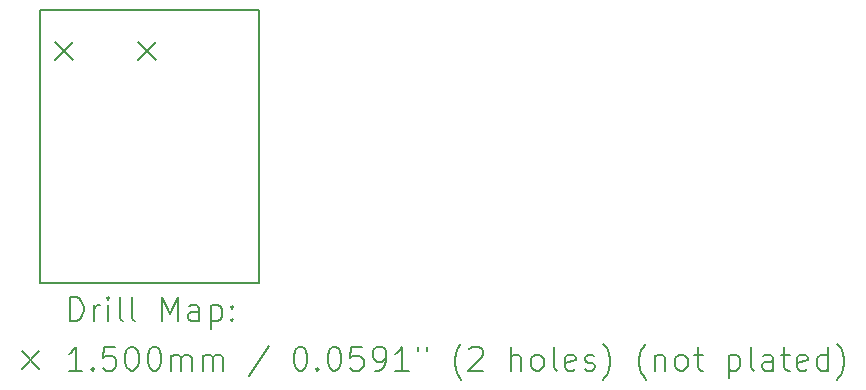
<source format=gbr>
%TF.GenerationSoftware,KiCad,Pcbnew,9.0.2*%
%TF.CreationDate,2025-07-09T02:52:22-04:00*%
%TF.ProjectId,FBT,4642542e-6b69-4636-9164-5f7063625858,rev?*%
%TF.SameCoordinates,Original*%
%TF.FileFunction,Drillmap*%
%TF.FilePolarity,Positive*%
%FSLAX45Y45*%
G04 Gerber Fmt 4.5, Leading zero omitted, Abs format (unit mm)*
G04 Created by KiCad (PCBNEW 9.0.2) date 2025-07-09 02:52:22*
%MOMM*%
%LPD*%
G01*
G04 APERTURE LIST*
%ADD10C,0.200000*%
%ADD11C,0.150000*%
G04 APERTURE END LIST*
D10*
X16539000Y-10973000D02*
X18389000Y-10973000D01*
X18389000Y-13283000D01*
X16539000Y-13283000D01*
X16539000Y-10973000D01*
D11*
X16665000Y-11245000D02*
X16815000Y-11395000D01*
X16815000Y-11245000D02*
X16665000Y-11395000D01*
X17365000Y-11245000D02*
X17515000Y-11395000D01*
X17515000Y-11245000D02*
X17365000Y-11395000D01*
D10*
X16789777Y-13604484D02*
X16789777Y-13404484D01*
X16789777Y-13404484D02*
X16837396Y-13404484D01*
X16837396Y-13404484D02*
X16865967Y-13414008D01*
X16865967Y-13414008D02*
X16885015Y-13433055D01*
X16885015Y-13433055D02*
X16894539Y-13452103D01*
X16894539Y-13452103D02*
X16904063Y-13490198D01*
X16904063Y-13490198D02*
X16904063Y-13518769D01*
X16904063Y-13518769D02*
X16894539Y-13556865D01*
X16894539Y-13556865D02*
X16885015Y-13575912D01*
X16885015Y-13575912D02*
X16865967Y-13594960D01*
X16865967Y-13594960D02*
X16837396Y-13604484D01*
X16837396Y-13604484D02*
X16789777Y-13604484D01*
X16989777Y-13604484D02*
X16989777Y-13471150D01*
X16989777Y-13509246D02*
X16999301Y-13490198D01*
X16999301Y-13490198D02*
X17008824Y-13480674D01*
X17008824Y-13480674D02*
X17027872Y-13471150D01*
X17027872Y-13471150D02*
X17046920Y-13471150D01*
X17113586Y-13604484D02*
X17113586Y-13471150D01*
X17113586Y-13404484D02*
X17104063Y-13414008D01*
X17104063Y-13414008D02*
X17113586Y-13423531D01*
X17113586Y-13423531D02*
X17123110Y-13414008D01*
X17123110Y-13414008D02*
X17113586Y-13404484D01*
X17113586Y-13404484D02*
X17113586Y-13423531D01*
X17237396Y-13604484D02*
X17218348Y-13594960D01*
X17218348Y-13594960D02*
X17208824Y-13575912D01*
X17208824Y-13575912D02*
X17208824Y-13404484D01*
X17342158Y-13604484D02*
X17323110Y-13594960D01*
X17323110Y-13594960D02*
X17313586Y-13575912D01*
X17313586Y-13575912D02*
X17313586Y-13404484D01*
X17570729Y-13604484D02*
X17570729Y-13404484D01*
X17570729Y-13404484D02*
X17637396Y-13547341D01*
X17637396Y-13547341D02*
X17704063Y-13404484D01*
X17704063Y-13404484D02*
X17704063Y-13604484D01*
X17885015Y-13604484D02*
X17885015Y-13499722D01*
X17885015Y-13499722D02*
X17875491Y-13480674D01*
X17875491Y-13480674D02*
X17856444Y-13471150D01*
X17856444Y-13471150D02*
X17818348Y-13471150D01*
X17818348Y-13471150D02*
X17799301Y-13480674D01*
X17885015Y-13594960D02*
X17865967Y-13604484D01*
X17865967Y-13604484D02*
X17818348Y-13604484D01*
X17818348Y-13604484D02*
X17799301Y-13594960D01*
X17799301Y-13594960D02*
X17789777Y-13575912D01*
X17789777Y-13575912D02*
X17789777Y-13556865D01*
X17789777Y-13556865D02*
X17799301Y-13537817D01*
X17799301Y-13537817D02*
X17818348Y-13528293D01*
X17818348Y-13528293D02*
X17865967Y-13528293D01*
X17865967Y-13528293D02*
X17885015Y-13518769D01*
X17980253Y-13471150D02*
X17980253Y-13671150D01*
X17980253Y-13480674D02*
X17999301Y-13471150D01*
X17999301Y-13471150D02*
X18037396Y-13471150D01*
X18037396Y-13471150D02*
X18056444Y-13480674D01*
X18056444Y-13480674D02*
X18065967Y-13490198D01*
X18065967Y-13490198D02*
X18075491Y-13509246D01*
X18075491Y-13509246D02*
X18075491Y-13566388D01*
X18075491Y-13566388D02*
X18065967Y-13585436D01*
X18065967Y-13585436D02*
X18056444Y-13594960D01*
X18056444Y-13594960D02*
X18037396Y-13604484D01*
X18037396Y-13604484D02*
X17999301Y-13604484D01*
X17999301Y-13604484D02*
X17980253Y-13594960D01*
X18161205Y-13585436D02*
X18170729Y-13594960D01*
X18170729Y-13594960D02*
X18161205Y-13604484D01*
X18161205Y-13604484D02*
X18151682Y-13594960D01*
X18151682Y-13594960D02*
X18161205Y-13585436D01*
X18161205Y-13585436D02*
X18161205Y-13604484D01*
X18161205Y-13480674D02*
X18170729Y-13490198D01*
X18170729Y-13490198D02*
X18161205Y-13499722D01*
X18161205Y-13499722D02*
X18151682Y-13490198D01*
X18151682Y-13490198D02*
X18161205Y-13480674D01*
X18161205Y-13480674D02*
X18161205Y-13499722D01*
D11*
X16379000Y-13858000D02*
X16529000Y-14008000D01*
X16529000Y-13858000D02*
X16379000Y-14008000D01*
D10*
X16894539Y-14024484D02*
X16780253Y-14024484D01*
X16837396Y-14024484D02*
X16837396Y-13824484D01*
X16837396Y-13824484D02*
X16818348Y-13853055D01*
X16818348Y-13853055D02*
X16799301Y-13872103D01*
X16799301Y-13872103D02*
X16780253Y-13881627D01*
X16980253Y-14005436D02*
X16989777Y-14014960D01*
X16989777Y-14014960D02*
X16980253Y-14024484D01*
X16980253Y-14024484D02*
X16970729Y-14014960D01*
X16970729Y-14014960D02*
X16980253Y-14005436D01*
X16980253Y-14005436D02*
X16980253Y-14024484D01*
X17170729Y-13824484D02*
X17075491Y-13824484D01*
X17075491Y-13824484D02*
X17065967Y-13919722D01*
X17065967Y-13919722D02*
X17075491Y-13910198D01*
X17075491Y-13910198D02*
X17094539Y-13900674D01*
X17094539Y-13900674D02*
X17142158Y-13900674D01*
X17142158Y-13900674D02*
X17161205Y-13910198D01*
X17161205Y-13910198D02*
X17170729Y-13919722D01*
X17170729Y-13919722D02*
X17180253Y-13938769D01*
X17180253Y-13938769D02*
X17180253Y-13986388D01*
X17180253Y-13986388D02*
X17170729Y-14005436D01*
X17170729Y-14005436D02*
X17161205Y-14014960D01*
X17161205Y-14014960D02*
X17142158Y-14024484D01*
X17142158Y-14024484D02*
X17094539Y-14024484D01*
X17094539Y-14024484D02*
X17075491Y-14014960D01*
X17075491Y-14014960D02*
X17065967Y-14005436D01*
X17304063Y-13824484D02*
X17323110Y-13824484D01*
X17323110Y-13824484D02*
X17342158Y-13834008D01*
X17342158Y-13834008D02*
X17351682Y-13843531D01*
X17351682Y-13843531D02*
X17361205Y-13862579D01*
X17361205Y-13862579D02*
X17370729Y-13900674D01*
X17370729Y-13900674D02*
X17370729Y-13948293D01*
X17370729Y-13948293D02*
X17361205Y-13986388D01*
X17361205Y-13986388D02*
X17351682Y-14005436D01*
X17351682Y-14005436D02*
X17342158Y-14014960D01*
X17342158Y-14014960D02*
X17323110Y-14024484D01*
X17323110Y-14024484D02*
X17304063Y-14024484D01*
X17304063Y-14024484D02*
X17285015Y-14014960D01*
X17285015Y-14014960D02*
X17275491Y-14005436D01*
X17275491Y-14005436D02*
X17265967Y-13986388D01*
X17265967Y-13986388D02*
X17256444Y-13948293D01*
X17256444Y-13948293D02*
X17256444Y-13900674D01*
X17256444Y-13900674D02*
X17265967Y-13862579D01*
X17265967Y-13862579D02*
X17275491Y-13843531D01*
X17275491Y-13843531D02*
X17285015Y-13834008D01*
X17285015Y-13834008D02*
X17304063Y-13824484D01*
X17494539Y-13824484D02*
X17513586Y-13824484D01*
X17513586Y-13824484D02*
X17532634Y-13834008D01*
X17532634Y-13834008D02*
X17542158Y-13843531D01*
X17542158Y-13843531D02*
X17551682Y-13862579D01*
X17551682Y-13862579D02*
X17561205Y-13900674D01*
X17561205Y-13900674D02*
X17561205Y-13948293D01*
X17561205Y-13948293D02*
X17551682Y-13986388D01*
X17551682Y-13986388D02*
X17542158Y-14005436D01*
X17542158Y-14005436D02*
X17532634Y-14014960D01*
X17532634Y-14014960D02*
X17513586Y-14024484D01*
X17513586Y-14024484D02*
X17494539Y-14024484D01*
X17494539Y-14024484D02*
X17475491Y-14014960D01*
X17475491Y-14014960D02*
X17465967Y-14005436D01*
X17465967Y-14005436D02*
X17456444Y-13986388D01*
X17456444Y-13986388D02*
X17446920Y-13948293D01*
X17446920Y-13948293D02*
X17446920Y-13900674D01*
X17446920Y-13900674D02*
X17456444Y-13862579D01*
X17456444Y-13862579D02*
X17465967Y-13843531D01*
X17465967Y-13843531D02*
X17475491Y-13834008D01*
X17475491Y-13834008D02*
X17494539Y-13824484D01*
X17646920Y-14024484D02*
X17646920Y-13891150D01*
X17646920Y-13910198D02*
X17656444Y-13900674D01*
X17656444Y-13900674D02*
X17675491Y-13891150D01*
X17675491Y-13891150D02*
X17704063Y-13891150D01*
X17704063Y-13891150D02*
X17723110Y-13900674D01*
X17723110Y-13900674D02*
X17732634Y-13919722D01*
X17732634Y-13919722D02*
X17732634Y-14024484D01*
X17732634Y-13919722D02*
X17742158Y-13900674D01*
X17742158Y-13900674D02*
X17761205Y-13891150D01*
X17761205Y-13891150D02*
X17789777Y-13891150D01*
X17789777Y-13891150D02*
X17808825Y-13900674D01*
X17808825Y-13900674D02*
X17818348Y-13919722D01*
X17818348Y-13919722D02*
X17818348Y-14024484D01*
X17913586Y-14024484D02*
X17913586Y-13891150D01*
X17913586Y-13910198D02*
X17923110Y-13900674D01*
X17923110Y-13900674D02*
X17942158Y-13891150D01*
X17942158Y-13891150D02*
X17970729Y-13891150D01*
X17970729Y-13891150D02*
X17989777Y-13900674D01*
X17989777Y-13900674D02*
X17999301Y-13919722D01*
X17999301Y-13919722D02*
X17999301Y-14024484D01*
X17999301Y-13919722D02*
X18008825Y-13900674D01*
X18008825Y-13900674D02*
X18027872Y-13891150D01*
X18027872Y-13891150D02*
X18056444Y-13891150D01*
X18056444Y-13891150D02*
X18075491Y-13900674D01*
X18075491Y-13900674D02*
X18085015Y-13919722D01*
X18085015Y-13919722D02*
X18085015Y-14024484D01*
X18475491Y-13814960D02*
X18304063Y-14072103D01*
X18732634Y-13824484D02*
X18751682Y-13824484D01*
X18751682Y-13824484D02*
X18770729Y-13834008D01*
X18770729Y-13834008D02*
X18780253Y-13843531D01*
X18780253Y-13843531D02*
X18789777Y-13862579D01*
X18789777Y-13862579D02*
X18799301Y-13900674D01*
X18799301Y-13900674D02*
X18799301Y-13948293D01*
X18799301Y-13948293D02*
X18789777Y-13986388D01*
X18789777Y-13986388D02*
X18780253Y-14005436D01*
X18780253Y-14005436D02*
X18770729Y-14014960D01*
X18770729Y-14014960D02*
X18751682Y-14024484D01*
X18751682Y-14024484D02*
X18732634Y-14024484D01*
X18732634Y-14024484D02*
X18713587Y-14014960D01*
X18713587Y-14014960D02*
X18704063Y-14005436D01*
X18704063Y-14005436D02*
X18694539Y-13986388D01*
X18694539Y-13986388D02*
X18685015Y-13948293D01*
X18685015Y-13948293D02*
X18685015Y-13900674D01*
X18685015Y-13900674D02*
X18694539Y-13862579D01*
X18694539Y-13862579D02*
X18704063Y-13843531D01*
X18704063Y-13843531D02*
X18713587Y-13834008D01*
X18713587Y-13834008D02*
X18732634Y-13824484D01*
X18885015Y-14005436D02*
X18894539Y-14014960D01*
X18894539Y-14014960D02*
X18885015Y-14024484D01*
X18885015Y-14024484D02*
X18875491Y-14014960D01*
X18875491Y-14014960D02*
X18885015Y-14005436D01*
X18885015Y-14005436D02*
X18885015Y-14024484D01*
X19018348Y-13824484D02*
X19037396Y-13824484D01*
X19037396Y-13824484D02*
X19056444Y-13834008D01*
X19056444Y-13834008D02*
X19065968Y-13843531D01*
X19065968Y-13843531D02*
X19075491Y-13862579D01*
X19075491Y-13862579D02*
X19085015Y-13900674D01*
X19085015Y-13900674D02*
X19085015Y-13948293D01*
X19085015Y-13948293D02*
X19075491Y-13986388D01*
X19075491Y-13986388D02*
X19065968Y-14005436D01*
X19065968Y-14005436D02*
X19056444Y-14014960D01*
X19056444Y-14014960D02*
X19037396Y-14024484D01*
X19037396Y-14024484D02*
X19018348Y-14024484D01*
X19018348Y-14024484D02*
X18999301Y-14014960D01*
X18999301Y-14014960D02*
X18989777Y-14005436D01*
X18989777Y-14005436D02*
X18980253Y-13986388D01*
X18980253Y-13986388D02*
X18970729Y-13948293D01*
X18970729Y-13948293D02*
X18970729Y-13900674D01*
X18970729Y-13900674D02*
X18980253Y-13862579D01*
X18980253Y-13862579D02*
X18989777Y-13843531D01*
X18989777Y-13843531D02*
X18999301Y-13834008D01*
X18999301Y-13834008D02*
X19018348Y-13824484D01*
X19265968Y-13824484D02*
X19170729Y-13824484D01*
X19170729Y-13824484D02*
X19161206Y-13919722D01*
X19161206Y-13919722D02*
X19170729Y-13910198D01*
X19170729Y-13910198D02*
X19189777Y-13900674D01*
X19189777Y-13900674D02*
X19237396Y-13900674D01*
X19237396Y-13900674D02*
X19256444Y-13910198D01*
X19256444Y-13910198D02*
X19265968Y-13919722D01*
X19265968Y-13919722D02*
X19275491Y-13938769D01*
X19275491Y-13938769D02*
X19275491Y-13986388D01*
X19275491Y-13986388D02*
X19265968Y-14005436D01*
X19265968Y-14005436D02*
X19256444Y-14014960D01*
X19256444Y-14014960D02*
X19237396Y-14024484D01*
X19237396Y-14024484D02*
X19189777Y-14024484D01*
X19189777Y-14024484D02*
X19170729Y-14014960D01*
X19170729Y-14014960D02*
X19161206Y-14005436D01*
X19370729Y-14024484D02*
X19408825Y-14024484D01*
X19408825Y-14024484D02*
X19427872Y-14014960D01*
X19427872Y-14014960D02*
X19437396Y-14005436D01*
X19437396Y-14005436D02*
X19456444Y-13976865D01*
X19456444Y-13976865D02*
X19465968Y-13938769D01*
X19465968Y-13938769D02*
X19465968Y-13862579D01*
X19465968Y-13862579D02*
X19456444Y-13843531D01*
X19456444Y-13843531D02*
X19446920Y-13834008D01*
X19446920Y-13834008D02*
X19427872Y-13824484D01*
X19427872Y-13824484D02*
X19389777Y-13824484D01*
X19389777Y-13824484D02*
X19370729Y-13834008D01*
X19370729Y-13834008D02*
X19361206Y-13843531D01*
X19361206Y-13843531D02*
X19351682Y-13862579D01*
X19351682Y-13862579D02*
X19351682Y-13910198D01*
X19351682Y-13910198D02*
X19361206Y-13929246D01*
X19361206Y-13929246D02*
X19370729Y-13938769D01*
X19370729Y-13938769D02*
X19389777Y-13948293D01*
X19389777Y-13948293D02*
X19427872Y-13948293D01*
X19427872Y-13948293D02*
X19446920Y-13938769D01*
X19446920Y-13938769D02*
X19456444Y-13929246D01*
X19456444Y-13929246D02*
X19465968Y-13910198D01*
X19656444Y-14024484D02*
X19542158Y-14024484D01*
X19599301Y-14024484D02*
X19599301Y-13824484D01*
X19599301Y-13824484D02*
X19580253Y-13853055D01*
X19580253Y-13853055D02*
X19561206Y-13872103D01*
X19561206Y-13872103D02*
X19542158Y-13881627D01*
X19732634Y-13824484D02*
X19732634Y-13862579D01*
X19808825Y-13824484D02*
X19808825Y-13862579D01*
X20104063Y-14100674D02*
X20094539Y-14091150D01*
X20094539Y-14091150D02*
X20075491Y-14062579D01*
X20075491Y-14062579D02*
X20065968Y-14043531D01*
X20065968Y-14043531D02*
X20056444Y-14014960D01*
X20056444Y-14014960D02*
X20046920Y-13967341D01*
X20046920Y-13967341D02*
X20046920Y-13929246D01*
X20046920Y-13929246D02*
X20056444Y-13881627D01*
X20056444Y-13881627D02*
X20065968Y-13853055D01*
X20065968Y-13853055D02*
X20075491Y-13834008D01*
X20075491Y-13834008D02*
X20094539Y-13805436D01*
X20094539Y-13805436D02*
X20104063Y-13795912D01*
X20170730Y-13843531D02*
X20180253Y-13834008D01*
X20180253Y-13834008D02*
X20199301Y-13824484D01*
X20199301Y-13824484D02*
X20246920Y-13824484D01*
X20246920Y-13824484D02*
X20265968Y-13834008D01*
X20265968Y-13834008D02*
X20275491Y-13843531D01*
X20275491Y-13843531D02*
X20285015Y-13862579D01*
X20285015Y-13862579D02*
X20285015Y-13881627D01*
X20285015Y-13881627D02*
X20275491Y-13910198D01*
X20275491Y-13910198D02*
X20161206Y-14024484D01*
X20161206Y-14024484D02*
X20285015Y-14024484D01*
X20523111Y-14024484D02*
X20523111Y-13824484D01*
X20608825Y-14024484D02*
X20608825Y-13919722D01*
X20608825Y-13919722D02*
X20599301Y-13900674D01*
X20599301Y-13900674D02*
X20580253Y-13891150D01*
X20580253Y-13891150D02*
X20551682Y-13891150D01*
X20551682Y-13891150D02*
X20532634Y-13900674D01*
X20532634Y-13900674D02*
X20523111Y-13910198D01*
X20732634Y-14024484D02*
X20713587Y-14014960D01*
X20713587Y-14014960D02*
X20704063Y-14005436D01*
X20704063Y-14005436D02*
X20694539Y-13986388D01*
X20694539Y-13986388D02*
X20694539Y-13929246D01*
X20694539Y-13929246D02*
X20704063Y-13910198D01*
X20704063Y-13910198D02*
X20713587Y-13900674D01*
X20713587Y-13900674D02*
X20732634Y-13891150D01*
X20732634Y-13891150D02*
X20761206Y-13891150D01*
X20761206Y-13891150D02*
X20780253Y-13900674D01*
X20780253Y-13900674D02*
X20789777Y-13910198D01*
X20789777Y-13910198D02*
X20799301Y-13929246D01*
X20799301Y-13929246D02*
X20799301Y-13986388D01*
X20799301Y-13986388D02*
X20789777Y-14005436D01*
X20789777Y-14005436D02*
X20780253Y-14014960D01*
X20780253Y-14014960D02*
X20761206Y-14024484D01*
X20761206Y-14024484D02*
X20732634Y-14024484D01*
X20913587Y-14024484D02*
X20894539Y-14014960D01*
X20894539Y-14014960D02*
X20885015Y-13995912D01*
X20885015Y-13995912D02*
X20885015Y-13824484D01*
X21065968Y-14014960D02*
X21046920Y-14024484D01*
X21046920Y-14024484D02*
X21008825Y-14024484D01*
X21008825Y-14024484D02*
X20989777Y-14014960D01*
X20989777Y-14014960D02*
X20980253Y-13995912D01*
X20980253Y-13995912D02*
X20980253Y-13919722D01*
X20980253Y-13919722D02*
X20989777Y-13900674D01*
X20989777Y-13900674D02*
X21008825Y-13891150D01*
X21008825Y-13891150D02*
X21046920Y-13891150D01*
X21046920Y-13891150D02*
X21065968Y-13900674D01*
X21065968Y-13900674D02*
X21075492Y-13919722D01*
X21075492Y-13919722D02*
X21075492Y-13938769D01*
X21075492Y-13938769D02*
X20980253Y-13957817D01*
X21151682Y-14014960D02*
X21170730Y-14024484D01*
X21170730Y-14024484D02*
X21208825Y-14024484D01*
X21208825Y-14024484D02*
X21227873Y-14014960D01*
X21227873Y-14014960D02*
X21237396Y-13995912D01*
X21237396Y-13995912D02*
X21237396Y-13986388D01*
X21237396Y-13986388D02*
X21227873Y-13967341D01*
X21227873Y-13967341D02*
X21208825Y-13957817D01*
X21208825Y-13957817D02*
X21180253Y-13957817D01*
X21180253Y-13957817D02*
X21161206Y-13948293D01*
X21161206Y-13948293D02*
X21151682Y-13929246D01*
X21151682Y-13929246D02*
X21151682Y-13919722D01*
X21151682Y-13919722D02*
X21161206Y-13900674D01*
X21161206Y-13900674D02*
X21180253Y-13891150D01*
X21180253Y-13891150D02*
X21208825Y-13891150D01*
X21208825Y-13891150D02*
X21227873Y-13900674D01*
X21304063Y-14100674D02*
X21313587Y-14091150D01*
X21313587Y-14091150D02*
X21332634Y-14062579D01*
X21332634Y-14062579D02*
X21342158Y-14043531D01*
X21342158Y-14043531D02*
X21351682Y-14014960D01*
X21351682Y-14014960D02*
X21361206Y-13967341D01*
X21361206Y-13967341D02*
X21361206Y-13929246D01*
X21361206Y-13929246D02*
X21351682Y-13881627D01*
X21351682Y-13881627D02*
X21342158Y-13853055D01*
X21342158Y-13853055D02*
X21332634Y-13834008D01*
X21332634Y-13834008D02*
X21313587Y-13805436D01*
X21313587Y-13805436D02*
X21304063Y-13795912D01*
X21665968Y-14100674D02*
X21656444Y-14091150D01*
X21656444Y-14091150D02*
X21637396Y-14062579D01*
X21637396Y-14062579D02*
X21627873Y-14043531D01*
X21627873Y-14043531D02*
X21618349Y-14014960D01*
X21618349Y-14014960D02*
X21608825Y-13967341D01*
X21608825Y-13967341D02*
X21608825Y-13929246D01*
X21608825Y-13929246D02*
X21618349Y-13881627D01*
X21618349Y-13881627D02*
X21627873Y-13853055D01*
X21627873Y-13853055D02*
X21637396Y-13834008D01*
X21637396Y-13834008D02*
X21656444Y-13805436D01*
X21656444Y-13805436D02*
X21665968Y-13795912D01*
X21742158Y-13891150D02*
X21742158Y-14024484D01*
X21742158Y-13910198D02*
X21751682Y-13900674D01*
X21751682Y-13900674D02*
X21770730Y-13891150D01*
X21770730Y-13891150D02*
X21799301Y-13891150D01*
X21799301Y-13891150D02*
X21818349Y-13900674D01*
X21818349Y-13900674D02*
X21827873Y-13919722D01*
X21827873Y-13919722D02*
X21827873Y-14024484D01*
X21951682Y-14024484D02*
X21932634Y-14014960D01*
X21932634Y-14014960D02*
X21923111Y-14005436D01*
X21923111Y-14005436D02*
X21913587Y-13986388D01*
X21913587Y-13986388D02*
X21913587Y-13929246D01*
X21913587Y-13929246D02*
X21923111Y-13910198D01*
X21923111Y-13910198D02*
X21932634Y-13900674D01*
X21932634Y-13900674D02*
X21951682Y-13891150D01*
X21951682Y-13891150D02*
X21980254Y-13891150D01*
X21980254Y-13891150D02*
X21999301Y-13900674D01*
X21999301Y-13900674D02*
X22008825Y-13910198D01*
X22008825Y-13910198D02*
X22018349Y-13929246D01*
X22018349Y-13929246D02*
X22018349Y-13986388D01*
X22018349Y-13986388D02*
X22008825Y-14005436D01*
X22008825Y-14005436D02*
X21999301Y-14014960D01*
X21999301Y-14014960D02*
X21980254Y-14024484D01*
X21980254Y-14024484D02*
X21951682Y-14024484D01*
X22075492Y-13891150D02*
X22151682Y-13891150D01*
X22104063Y-13824484D02*
X22104063Y-13995912D01*
X22104063Y-13995912D02*
X22113587Y-14014960D01*
X22113587Y-14014960D02*
X22132634Y-14024484D01*
X22132634Y-14024484D02*
X22151682Y-14024484D01*
X22370730Y-13891150D02*
X22370730Y-14091150D01*
X22370730Y-13900674D02*
X22389777Y-13891150D01*
X22389777Y-13891150D02*
X22427873Y-13891150D01*
X22427873Y-13891150D02*
X22446920Y-13900674D01*
X22446920Y-13900674D02*
X22456444Y-13910198D01*
X22456444Y-13910198D02*
X22465968Y-13929246D01*
X22465968Y-13929246D02*
X22465968Y-13986388D01*
X22465968Y-13986388D02*
X22456444Y-14005436D01*
X22456444Y-14005436D02*
X22446920Y-14014960D01*
X22446920Y-14014960D02*
X22427873Y-14024484D01*
X22427873Y-14024484D02*
X22389777Y-14024484D01*
X22389777Y-14024484D02*
X22370730Y-14014960D01*
X22580253Y-14024484D02*
X22561206Y-14014960D01*
X22561206Y-14014960D02*
X22551682Y-13995912D01*
X22551682Y-13995912D02*
X22551682Y-13824484D01*
X22742158Y-14024484D02*
X22742158Y-13919722D01*
X22742158Y-13919722D02*
X22732634Y-13900674D01*
X22732634Y-13900674D02*
X22713587Y-13891150D01*
X22713587Y-13891150D02*
X22675492Y-13891150D01*
X22675492Y-13891150D02*
X22656444Y-13900674D01*
X22742158Y-14014960D02*
X22723111Y-14024484D01*
X22723111Y-14024484D02*
X22675492Y-14024484D01*
X22675492Y-14024484D02*
X22656444Y-14014960D01*
X22656444Y-14014960D02*
X22646920Y-13995912D01*
X22646920Y-13995912D02*
X22646920Y-13976865D01*
X22646920Y-13976865D02*
X22656444Y-13957817D01*
X22656444Y-13957817D02*
X22675492Y-13948293D01*
X22675492Y-13948293D02*
X22723111Y-13948293D01*
X22723111Y-13948293D02*
X22742158Y-13938769D01*
X22808825Y-13891150D02*
X22885015Y-13891150D01*
X22837396Y-13824484D02*
X22837396Y-13995912D01*
X22837396Y-13995912D02*
X22846920Y-14014960D01*
X22846920Y-14014960D02*
X22865968Y-14024484D01*
X22865968Y-14024484D02*
X22885015Y-14024484D01*
X23027873Y-14014960D02*
X23008825Y-14024484D01*
X23008825Y-14024484D02*
X22970730Y-14024484D01*
X22970730Y-14024484D02*
X22951682Y-14014960D01*
X22951682Y-14014960D02*
X22942158Y-13995912D01*
X22942158Y-13995912D02*
X22942158Y-13919722D01*
X22942158Y-13919722D02*
X22951682Y-13900674D01*
X22951682Y-13900674D02*
X22970730Y-13891150D01*
X22970730Y-13891150D02*
X23008825Y-13891150D01*
X23008825Y-13891150D02*
X23027873Y-13900674D01*
X23027873Y-13900674D02*
X23037396Y-13919722D01*
X23037396Y-13919722D02*
X23037396Y-13938769D01*
X23037396Y-13938769D02*
X22942158Y-13957817D01*
X23208825Y-14024484D02*
X23208825Y-13824484D01*
X23208825Y-14014960D02*
X23189777Y-14024484D01*
X23189777Y-14024484D02*
X23151682Y-14024484D01*
X23151682Y-14024484D02*
X23132634Y-14014960D01*
X23132634Y-14014960D02*
X23123111Y-14005436D01*
X23123111Y-14005436D02*
X23113587Y-13986388D01*
X23113587Y-13986388D02*
X23113587Y-13929246D01*
X23113587Y-13929246D02*
X23123111Y-13910198D01*
X23123111Y-13910198D02*
X23132634Y-13900674D01*
X23132634Y-13900674D02*
X23151682Y-13891150D01*
X23151682Y-13891150D02*
X23189777Y-13891150D01*
X23189777Y-13891150D02*
X23208825Y-13900674D01*
X23285015Y-14100674D02*
X23294539Y-14091150D01*
X23294539Y-14091150D02*
X23313587Y-14062579D01*
X23313587Y-14062579D02*
X23323111Y-14043531D01*
X23323111Y-14043531D02*
X23332634Y-14014960D01*
X23332634Y-14014960D02*
X23342158Y-13967341D01*
X23342158Y-13967341D02*
X23342158Y-13929246D01*
X23342158Y-13929246D02*
X23332634Y-13881627D01*
X23332634Y-13881627D02*
X23323111Y-13853055D01*
X23323111Y-13853055D02*
X23313587Y-13834008D01*
X23313587Y-13834008D02*
X23294539Y-13805436D01*
X23294539Y-13805436D02*
X23285015Y-13795912D01*
M02*

</source>
